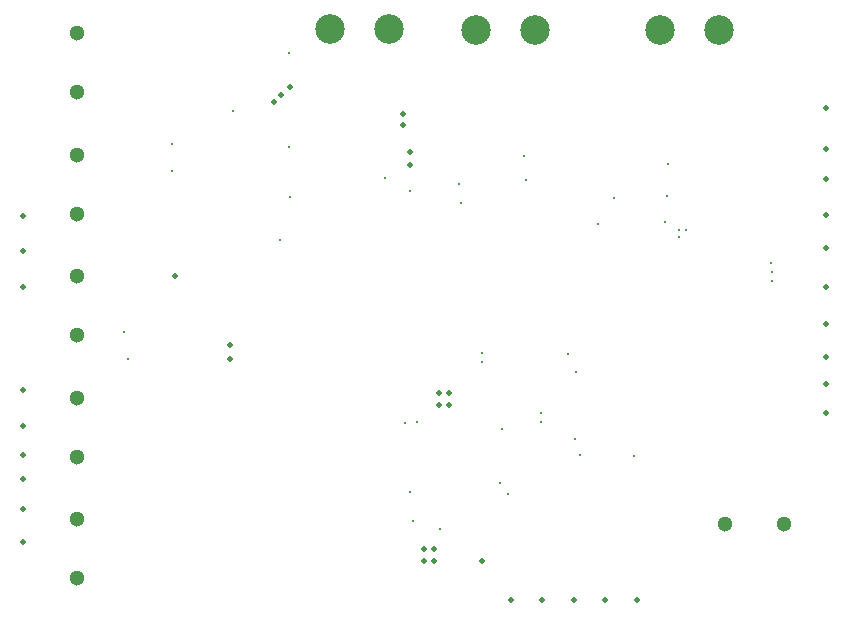
<source format=gbr>
%FSTAX23Y23*%
%MOIN*%
%SFA1B1*%

%IPPOS*%
%ADD130C,0.051180*%
%ADD131C,0.051180*%
%ADD132C,0.098430*%
%ADD133C,0.009840*%
%ADD134C,0.011810*%
%ADD135C,0.019680*%
%LNpwr_board_final_pth_drill-1*%
%LPD*%
G54D130*
X02454Y00295D03*
X0265D03*
G54D131*
X00295Y0031D03*
Y00113D03*
Y01931D03*
Y01735D03*
Y01525D03*
Y01328D03*
Y00715D03*
Y00518D03*
Y0112D03*
Y00923D03*
G54D132*
X01822Y0194D03*
X01625D03*
X01335Y01945D03*
X01139D03*
X02435Y0194D03*
X02239D03*
G54D133*
X02083Y01382D03*
X02261Y01388D03*
X02256Y01301D03*
X02265Y01495D03*
X01429Y00635D03*
X0097Y0124D03*
X01389Y0063D03*
X01404Y004D03*
X01416Y00304D03*
G54D134*
X023Y01275D03*
Y0125D03*
X02325Y01275D03*
X0179Y0144D03*
X01785Y0152D03*
X02609Y01166D03*
X0261Y01105D03*
Y01135D03*
X0203Y01295D03*
X01569Y01428D03*
X01576Y01366D03*
X01005Y01385D03*
X01321Y01448D03*
X00465Y00845D03*
X0045Y00935D03*
X01Y0155D03*
X0061Y0147D03*
Y0156D03*
X01002Y01865D03*
X01957Y008D03*
X0173Y00395D03*
X01705Y0043D03*
X0171Y0061D03*
X01405Y01405D03*
X0193Y0086D03*
X01645Y00835D03*
X0184Y00635D03*
X00814Y0167D03*
X0197Y00525D03*
X01953Y00579D03*
X01505Y00279D03*
X0184Y00665D03*
X01645Y00865D03*
X02151Y00522D03*
G54D135*
X00805Y00845D03*
X0279Y0168D03*
Y01545D03*
Y01445D03*
Y01325D03*
Y01215D03*
Y01085D03*
Y0096D03*
Y0085D03*
Y0076D03*
Y00665D03*
X00115Y0132D03*
Y01205D03*
Y01085D03*
Y0074D03*
Y0062D03*
Y00525D03*
Y00445D03*
Y00345D03*
Y00235D03*
X0174Y0004D03*
X01845D03*
X0195D03*
X02055D03*
X0216D03*
X00805Y0089D03*
X00975Y01725D03*
X01535Y0069D03*
Y0073D03*
X01485Y0021D03*
X0145D03*
X01005Y0175D03*
X0095Y017D03*
X01645Y0017D03*
X01485D03*
X0145D03*
X0138Y0166D03*
Y01625D03*
X01405Y0149D03*
Y01535D03*
X015Y0069D03*
Y0073D03*
X00622Y01121D03*
M02*
</source>
